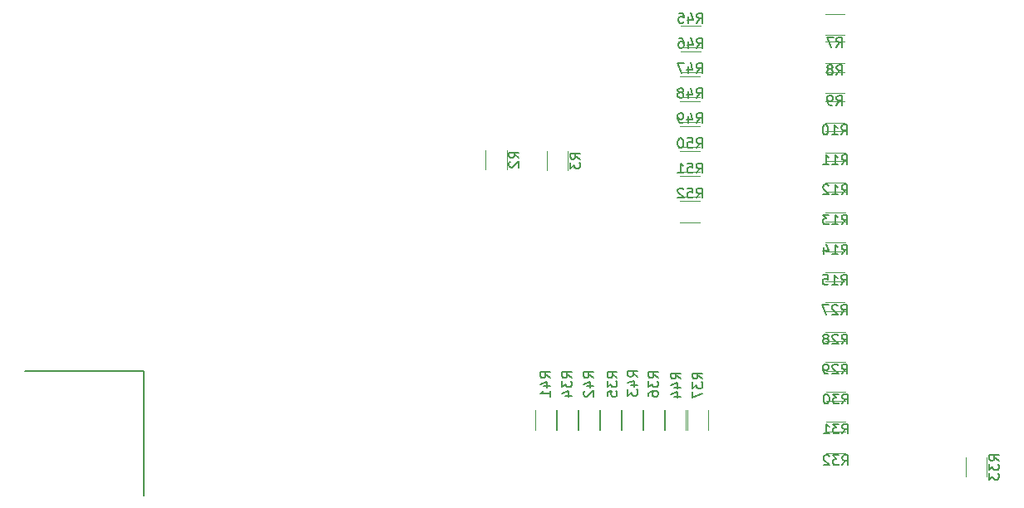
<source format=gbr>
G04 #@! TF.GenerationSoftware,KiCad,Pcbnew,(5.1.0-0)*
G04 #@! TF.CreationDate,2019-04-24T12:09:54-04:00*
G04 #@! TF.ProjectId,TR19-COMP-PD_rev2,54523139-2d43-44f4-9d50-2d50445f7265,rev?*
G04 #@! TF.SameCoordinates,Original*
G04 #@! TF.FileFunction,Legend,Bot*
G04 #@! TF.FilePolarity,Positive*
%FSLAX46Y46*%
G04 Gerber Fmt 4.6, Leading zero omitted, Abs format (unit mm)*
G04 Created by KiCad (PCBNEW (5.1.0-0)) date 2019-04-24 12:09:54*
%MOMM*%
%LPD*%
G04 APERTURE LIST*
%ADD10C,0.127000*%
%ADD11C,0.120000*%
%ADD12C,0.150000*%
G04 APERTURE END LIST*
D10*
X98515000Y-108732001D02*
X98515000Y-121432001D01*
X86450000Y-108732001D02*
X98510000Y-108732001D01*
D11*
X133380000Y-86200000D02*
X133380000Y-88200000D01*
X135520000Y-88200000D02*
X135520000Y-86200000D01*
X141770000Y-88300000D02*
X141770000Y-86300000D01*
X139630000Y-86300000D02*
X139630000Y-88300000D01*
X169950000Y-72330000D02*
X167950000Y-72330000D01*
X167950000Y-74470000D02*
X169950000Y-74470000D01*
X169950000Y-75180000D02*
X167950000Y-75180000D01*
X167950000Y-77320000D02*
X169950000Y-77320000D01*
X169950000Y-78280000D02*
X167950000Y-78280000D01*
X167950000Y-80420000D02*
X169950000Y-80420000D01*
X169950000Y-81280000D02*
X167950000Y-81280000D01*
X167950000Y-83420000D02*
X169950000Y-83420000D01*
X170000000Y-84330000D02*
X168000000Y-84330000D01*
X168000000Y-86470000D02*
X170000000Y-86470000D01*
X170000000Y-87380000D02*
X168000000Y-87380000D01*
X168000000Y-89520000D02*
X170000000Y-89520000D01*
X170000000Y-90430000D02*
X168000000Y-90430000D01*
X168000000Y-92570000D02*
X170000000Y-92570000D01*
X170000000Y-93480000D02*
X168000000Y-93480000D01*
X168000000Y-95620000D02*
X170000000Y-95620000D01*
X169950000Y-96580000D02*
X167950000Y-96580000D01*
X167950000Y-98720000D02*
X169950000Y-98720000D01*
X167950000Y-101770000D02*
X169950000Y-101770000D01*
X169950000Y-99630000D02*
X167950000Y-99630000D01*
X168000000Y-104770000D02*
X170000000Y-104770000D01*
X170000000Y-102630000D02*
X168000000Y-102630000D01*
X168000000Y-107820000D02*
X170000000Y-107820000D01*
X170000000Y-105680000D02*
X168000000Y-105680000D01*
X168050000Y-110870000D02*
X170050000Y-110870000D01*
X170050000Y-108730000D02*
X168050000Y-108730000D01*
X168050000Y-113920000D02*
X170050000Y-113920000D01*
X170050000Y-111780000D02*
X168050000Y-111780000D01*
X168050000Y-117120000D02*
X170050000Y-117120000D01*
X170050000Y-114980000D02*
X168050000Y-114980000D01*
X184420000Y-119550000D02*
X184420000Y-117550000D01*
X182280000Y-117550000D02*
X182280000Y-119550000D01*
X140570000Y-114750000D02*
X140570000Y-112750000D01*
X138430000Y-112750000D02*
X138430000Y-114750000D01*
X144970000Y-114750000D02*
X144970000Y-112750000D01*
X142830000Y-112750000D02*
X142830000Y-114750000D01*
X149370000Y-114750000D02*
X149370000Y-112750000D01*
X147230000Y-112750000D02*
X147230000Y-114750000D01*
X153770000Y-114750000D02*
X153770000Y-112750000D01*
X151630000Y-112750000D02*
X151630000Y-114750000D01*
X142770000Y-114750000D02*
X142770000Y-112750000D01*
X140630000Y-112750000D02*
X140630000Y-114750000D01*
X147170000Y-114750000D02*
X147170000Y-112750000D01*
X145030000Y-112750000D02*
X145030000Y-114750000D01*
X151570000Y-114750000D02*
X151570000Y-112750000D01*
X149430000Y-112750000D02*
X149430000Y-114750000D01*
X156070000Y-114750000D02*
X156070000Y-112750000D01*
X153930000Y-112750000D02*
X153930000Y-114750000D01*
X153250000Y-75720000D02*
X155250000Y-75720000D01*
X155250000Y-73580000D02*
X153250000Y-73580000D01*
X153250000Y-78270000D02*
X155250000Y-78270000D01*
X155250000Y-76130000D02*
X153250000Y-76130000D01*
X153200000Y-80820000D02*
X155200000Y-80820000D01*
X155200000Y-78680000D02*
X153200000Y-78680000D01*
X153200000Y-83370000D02*
X155200000Y-83370000D01*
X155200000Y-81230000D02*
X153200000Y-81230000D01*
X155200000Y-83780000D02*
X153200000Y-83780000D01*
X153200000Y-85920000D02*
X155200000Y-85920000D01*
X155200000Y-86330000D02*
X153200000Y-86330000D01*
X153200000Y-88470000D02*
X155200000Y-88470000D01*
X155200000Y-88880000D02*
X153200000Y-88880000D01*
X153200000Y-91020000D02*
X155200000Y-91020000D01*
X155200000Y-91430000D02*
X153200000Y-91430000D01*
X153200000Y-93570000D02*
X155200000Y-93570000D01*
D12*
X136752380Y-87033333D02*
X136276190Y-86700000D01*
X136752380Y-86461904D02*
X135752380Y-86461904D01*
X135752380Y-86842857D01*
X135800000Y-86938095D01*
X135847619Y-86985714D01*
X135942857Y-87033333D01*
X136085714Y-87033333D01*
X136180952Y-86985714D01*
X136228571Y-86938095D01*
X136276190Y-86842857D01*
X136276190Y-86461904D01*
X135847619Y-87414285D02*
X135800000Y-87461904D01*
X135752380Y-87557142D01*
X135752380Y-87795238D01*
X135800000Y-87890476D01*
X135847619Y-87938095D01*
X135942857Y-87985714D01*
X136038095Y-87985714D01*
X136180952Y-87938095D01*
X136752380Y-87366666D01*
X136752380Y-87985714D01*
X143002380Y-87133333D02*
X142526190Y-86800000D01*
X143002380Y-86561904D02*
X142002380Y-86561904D01*
X142002380Y-86942857D01*
X142050000Y-87038095D01*
X142097619Y-87085714D01*
X142192857Y-87133333D01*
X142335714Y-87133333D01*
X142430952Y-87085714D01*
X142478571Y-87038095D01*
X142526190Y-86942857D01*
X142526190Y-86561904D01*
X142002380Y-87466666D02*
X142002380Y-88085714D01*
X142383333Y-87752380D01*
X142383333Y-87895238D01*
X142430952Y-87990476D01*
X142478571Y-88038095D01*
X142573809Y-88085714D01*
X142811904Y-88085714D01*
X142907142Y-88038095D01*
X142954761Y-87990476D01*
X143002380Y-87895238D01*
X143002380Y-87609523D01*
X142954761Y-87514285D01*
X142907142Y-87466666D01*
X169116666Y-75702380D02*
X169450000Y-75226190D01*
X169688095Y-75702380D02*
X169688095Y-74702380D01*
X169307142Y-74702380D01*
X169211904Y-74750000D01*
X169164285Y-74797619D01*
X169116666Y-74892857D01*
X169116666Y-75035714D01*
X169164285Y-75130952D01*
X169211904Y-75178571D01*
X169307142Y-75226190D01*
X169688095Y-75226190D01*
X168783333Y-74702380D02*
X168116666Y-74702380D01*
X168545238Y-75702380D01*
X169116666Y-78552380D02*
X169450000Y-78076190D01*
X169688095Y-78552380D02*
X169688095Y-77552380D01*
X169307142Y-77552380D01*
X169211904Y-77600000D01*
X169164285Y-77647619D01*
X169116666Y-77742857D01*
X169116666Y-77885714D01*
X169164285Y-77980952D01*
X169211904Y-78028571D01*
X169307142Y-78076190D01*
X169688095Y-78076190D01*
X168545238Y-77980952D02*
X168640476Y-77933333D01*
X168688095Y-77885714D01*
X168735714Y-77790476D01*
X168735714Y-77742857D01*
X168688095Y-77647619D01*
X168640476Y-77600000D01*
X168545238Y-77552380D01*
X168354761Y-77552380D01*
X168259523Y-77600000D01*
X168211904Y-77647619D01*
X168164285Y-77742857D01*
X168164285Y-77790476D01*
X168211904Y-77885714D01*
X168259523Y-77933333D01*
X168354761Y-77980952D01*
X168545238Y-77980952D01*
X168640476Y-78028571D01*
X168688095Y-78076190D01*
X168735714Y-78171428D01*
X168735714Y-78361904D01*
X168688095Y-78457142D01*
X168640476Y-78504761D01*
X168545238Y-78552380D01*
X168354761Y-78552380D01*
X168259523Y-78504761D01*
X168211904Y-78457142D01*
X168164285Y-78361904D01*
X168164285Y-78171428D01*
X168211904Y-78076190D01*
X168259523Y-78028571D01*
X168354761Y-77980952D01*
X169116666Y-81652380D02*
X169450000Y-81176190D01*
X169688095Y-81652380D02*
X169688095Y-80652380D01*
X169307142Y-80652380D01*
X169211904Y-80700000D01*
X169164285Y-80747619D01*
X169116666Y-80842857D01*
X169116666Y-80985714D01*
X169164285Y-81080952D01*
X169211904Y-81128571D01*
X169307142Y-81176190D01*
X169688095Y-81176190D01*
X168640476Y-81652380D02*
X168450000Y-81652380D01*
X168354761Y-81604761D01*
X168307142Y-81557142D01*
X168211904Y-81414285D01*
X168164285Y-81223809D01*
X168164285Y-80842857D01*
X168211904Y-80747619D01*
X168259523Y-80700000D01*
X168354761Y-80652380D01*
X168545238Y-80652380D01*
X168640476Y-80700000D01*
X168688095Y-80747619D01*
X168735714Y-80842857D01*
X168735714Y-81080952D01*
X168688095Y-81176190D01*
X168640476Y-81223809D01*
X168545238Y-81271428D01*
X168354761Y-81271428D01*
X168259523Y-81223809D01*
X168211904Y-81176190D01*
X168164285Y-81080952D01*
X169592857Y-84652380D02*
X169926190Y-84176190D01*
X170164285Y-84652380D02*
X170164285Y-83652380D01*
X169783333Y-83652380D01*
X169688095Y-83700000D01*
X169640476Y-83747619D01*
X169592857Y-83842857D01*
X169592857Y-83985714D01*
X169640476Y-84080952D01*
X169688095Y-84128571D01*
X169783333Y-84176190D01*
X170164285Y-84176190D01*
X168640476Y-84652380D02*
X169211904Y-84652380D01*
X168926190Y-84652380D02*
X168926190Y-83652380D01*
X169021428Y-83795238D01*
X169116666Y-83890476D01*
X169211904Y-83938095D01*
X168021428Y-83652380D02*
X167926190Y-83652380D01*
X167830952Y-83700000D01*
X167783333Y-83747619D01*
X167735714Y-83842857D01*
X167688095Y-84033333D01*
X167688095Y-84271428D01*
X167735714Y-84461904D01*
X167783333Y-84557142D01*
X167830952Y-84604761D01*
X167926190Y-84652380D01*
X168021428Y-84652380D01*
X168116666Y-84604761D01*
X168164285Y-84557142D01*
X168211904Y-84461904D01*
X168259523Y-84271428D01*
X168259523Y-84033333D01*
X168211904Y-83842857D01*
X168164285Y-83747619D01*
X168116666Y-83700000D01*
X168021428Y-83652380D01*
X169642857Y-87702380D02*
X169976190Y-87226190D01*
X170214285Y-87702380D02*
X170214285Y-86702380D01*
X169833333Y-86702380D01*
X169738095Y-86750000D01*
X169690476Y-86797619D01*
X169642857Y-86892857D01*
X169642857Y-87035714D01*
X169690476Y-87130952D01*
X169738095Y-87178571D01*
X169833333Y-87226190D01*
X170214285Y-87226190D01*
X168690476Y-87702380D02*
X169261904Y-87702380D01*
X168976190Y-87702380D02*
X168976190Y-86702380D01*
X169071428Y-86845238D01*
X169166666Y-86940476D01*
X169261904Y-86988095D01*
X167738095Y-87702380D02*
X168309523Y-87702380D01*
X168023809Y-87702380D02*
X168023809Y-86702380D01*
X168119047Y-86845238D01*
X168214285Y-86940476D01*
X168309523Y-86988095D01*
X169642857Y-90752380D02*
X169976190Y-90276190D01*
X170214285Y-90752380D02*
X170214285Y-89752380D01*
X169833333Y-89752380D01*
X169738095Y-89800000D01*
X169690476Y-89847619D01*
X169642857Y-89942857D01*
X169642857Y-90085714D01*
X169690476Y-90180952D01*
X169738095Y-90228571D01*
X169833333Y-90276190D01*
X170214285Y-90276190D01*
X168690476Y-90752380D02*
X169261904Y-90752380D01*
X168976190Y-90752380D02*
X168976190Y-89752380D01*
X169071428Y-89895238D01*
X169166666Y-89990476D01*
X169261904Y-90038095D01*
X168309523Y-89847619D02*
X168261904Y-89800000D01*
X168166666Y-89752380D01*
X167928571Y-89752380D01*
X167833333Y-89800000D01*
X167785714Y-89847619D01*
X167738095Y-89942857D01*
X167738095Y-90038095D01*
X167785714Y-90180952D01*
X168357142Y-90752380D01*
X167738095Y-90752380D01*
X169642857Y-93802380D02*
X169976190Y-93326190D01*
X170214285Y-93802380D02*
X170214285Y-92802380D01*
X169833333Y-92802380D01*
X169738095Y-92850000D01*
X169690476Y-92897619D01*
X169642857Y-92992857D01*
X169642857Y-93135714D01*
X169690476Y-93230952D01*
X169738095Y-93278571D01*
X169833333Y-93326190D01*
X170214285Y-93326190D01*
X168690476Y-93802380D02*
X169261904Y-93802380D01*
X168976190Y-93802380D02*
X168976190Y-92802380D01*
X169071428Y-92945238D01*
X169166666Y-93040476D01*
X169261904Y-93088095D01*
X168357142Y-92802380D02*
X167738095Y-92802380D01*
X168071428Y-93183333D01*
X167928571Y-93183333D01*
X167833333Y-93230952D01*
X167785714Y-93278571D01*
X167738095Y-93373809D01*
X167738095Y-93611904D01*
X167785714Y-93707142D01*
X167833333Y-93754761D01*
X167928571Y-93802380D01*
X168214285Y-93802380D01*
X168309523Y-93754761D01*
X168357142Y-93707142D01*
X169642857Y-96852380D02*
X169976190Y-96376190D01*
X170214285Y-96852380D02*
X170214285Y-95852380D01*
X169833333Y-95852380D01*
X169738095Y-95900000D01*
X169690476Y-95947619D01*
X169642857Y-96042857D01*
X169642857Y-96185714D01*
X169690476Y-96280952D01*
X169738095Y-96328571D01*
X169833333Y-96376190D01*
X170214285Y-96376190D01*
X168690476Y-96852380D02*
X169261904Y-96852380D01*
X168976190Y-96852380D02*
X168976190Y-95852380D01*
X169071428Y-95995238D01*
X169166666Y-96090476D01*
X169261904Y-96138095D01*
X167833333Y-96185714D02*
X167833333Y-96852380D01*
X168071428Y-95804761D02*
X168309523Y-96519047D01*
X167690476Y-96519047D01*
X169592857Y-99952380D02*
X169926190Y-99476190D01*
X170164285Y-99952380D02*
X170164285Y-98952380D01*
X169783333Y-98952380D01*
X169688095Y-99000000D01*
X169640476Y-99047619D01*
X169592857Y-99142857D01*
X169592857Y-99285714D01*
X169640476Y-99380952D01*
X169688095Y-99428571D01*
X169783333Y-99476190D01*
X170164285Y-99476190D01*
X168640476Y-99952380D02*
X169211904Y-99952380D01*
X168926190Y-99952380D02*
X168926190Y-98952380D01*
X169021428Y-99095238D01*
X169116666Y-99190476D01*
X169211904Y-99238095D01*
X167735714Y-98952380D02*
X168211904Y-98952380D01*
X168259523Y-99428571D01*
X168211904Y-99380952D01*
X168116666Y-99333333D01*
X167878571Y-99333333D01*
X167783333Y-99380952D01*
X167735714Y-99428571D01*
X167688095Y-99523809D01*
X167688095Y-99761904D01*
X167735714Y-99857142D01*
X167783333Y-99904761D01*
X167878571Y-99952380D01*
X168116666Y-99952380D01*
X168211904Y-99904761D01*
X168259523Y-99857142D01*
X169592857Y-103002380D02*
X169926190Y-102526190D01*
X170164285Y-103002380D02*
X170164285Y-102002380D01*
X169783333Y-102002380D01*
X169688095Y-102050000D01*
X169640476Y-102097619D01*
X169592857Y-102192857D01*
X169592857Y-102335714D01*
X169640476Y-102430952D01*
X169688095Y-102478571D01*
X169783333Y-102526190D01*
X170164285Y-102526190D01*
X169211904Y-102097619D02*
X169164285Y-102050000D01*
X169069047Y-102002380D01*
X168830952Y-102002380D01*
X168735714Y-102050000D01*
X168688095Y-102097619D01*
X168640476Y-102192857D01*
X168640476Y-102288095D01*
X168688095Y-102430952D01*
X169259523Y-103002380D01*
X168640476Y-103002380D01*
X168307142Y-102002380D02*
X167640476Y-102002380D01*
X168069047Y-103002380D01*
X169642857Y-106002380D02*
X169976190Y-105526190D01*
X170214285Y-106002380D02*
X170214285Y-105002380D01*
X169833333Y-105002380D01*
X169738095Y-105050000D01*
X169690476Y-105097619D01*
X169642857Y-105192857D01*
X169642857Y-105335714D01*
X169690476Y-105430952D01*
X169738095Y-105478571D01*
X169833333Y-105526190D01*
X170214285Y-105526190D01*
X169261904Y-105097619D02*
X169214285Y-105050000D01*
X169119047Y-105002380D01*
X168880952Y-105002380D01*
X168785714Y-105050000D01*
X168738095Y-105097619D01*
X168690476Y-105192857D01*
X168690476Y-105288095D01*
X168738095Y-105430952D01*
X169309523Y-106002380D01*
X168690476Y-106002380D01*
X168119047Y-105430952D02*
X168214285Y-105383333D01*
X168261904Y-105335714D01*
X168309523Y-105240476D01*
X168309523Y-105192857D01*
X168261904Y-105097619D01*
X168214285Y-105050000D01*
X168119047Y-105002380D01*
X167928571Y-105002380D01*
X167833333Y-105050000D01*
X167785714Y-105097619D01*
X167738095Y-105192857D01*
X167738095Y-105240476D01*
X167785714Y-105335714D01*
X167833333Y-105383333D01*
X167928571Y-105430952D01*
X168119047Y-105430952D01*
X168214285Y-105478571D01*
X168261904Y-105526190D01*
X168309523Y-105621428D01*
X168309523Y-105811904D01*
X168261904Y-105907142D01*
X168214285Y-105954761D01*
X168119047Y-106002380D01*
X167928571Y-106002380D01*
X167833333Y-105954761D01*
X167785714Y-105907142D01*
X167738095Y-105811904D01*
X167738095Y-105621428D01*
X167785714Y-105526190D01*
X167833333Y-105478571D01*
X167928571Y-105430952D01*
X169642857Y-109052380D02*
X169976190Y-108576190D01*
X170214285Y-109052380D02*
X170214285Y-108052380D01*
X169833333Y-108052380D01*
X169738095Y-108100000D01*
X169690476Y-108147619D01*
X169642857Y-108242857D01*
X169642857Y-108385714D01*
X169690476Y-108480952D01*
X169738095Y-108528571D01*
X169833333Y-108576190D01*
X170214285Y-108576190D01*
X169261904Y-108147619D02*
X169214285Y-108100000D01*
X169119047Y-108052380D01*
X168880952Y-108052380D01*
X168785714Y-108100000D01*
X168738095Y-108147619D01*
X168690476Y-108242857D01*
X168690476Y-108338095D01*
X168738095Y-108480952D01*
X169309523Y-109052380D01*
X168690476Y-109052380D01*
X168214285Y-109052380D02*
X168023809Y-109052380D01*
X167928571Y-109004761D01*
X167880952Y-108957142D01*
X167785714Y-108814285D01*
X167738095Y-108623809D01*
X167738095Y-108242857D01*
X167785714Y-108147619D01*
X167833333Y-108100000D01*
X167928571Y-108052380D01*
X168119047Y-108052380D01*
X168214285Y-108100000D01*
X168261904Y-108147619D01*
X168309523Y-108242857D01*
X168309523Y-108480952D01*
X168261904Y-108576190D01*
X168214285Y-108623809D01*
X168119047Y-108671428D01*
X167928571Y-108671428D01*
X167833333Y-108623809D01*
X167785714Y-108576190D01*
X167738095Y-108480952D01*
X169692857Y-112102380D02*
X170026190Y-111626190D01*
X170264285Y-112102380D02*
X170264285Y-111102380D01*
X169883333Y-111102380D01*
X169788095Y-111150000D01*
X169740476Y-111197619D01*
X169692857Y-111292857D01*
X169692857Y-111435714D01*
X169740476Y-111530952D01*
X169788095Y-111578571D01*
X169883333Y-111626190D01*
X170264285Y-111626190D01*
X169359523Y-111102380D02*
X168740476Y-111102380D01*
X169073809Y-111483333D01*
X168930952Y-111483333D01*
X168835714Y-111530952D01*
X168788095Y-111578571D01*
X168740476Y-111673809D01*
X168740476Y-111911904D01*
X168788095Y-112007142D01*
X168835714Y-112054761D01*
X168930952Y-112102380D01*
X169216666Y-112102380D01*
X169311904Y-112054761D01*
X169359523Y-112007142D01*
X168121428Y-111102380D02*
X168026190Y-111102380D01*
X167930952Y-111150000D01*
X167883333Y-111197619D01*
X167835714Y-111292857D01*
X167788095Y-111483333D01*
X167788095Y-111721428D01*
X167835714Y-111911904D01*
X167883333Y-112007142D01*
X167930952Y-112054761D01*
X168026190Y-112102380D01*
X168121428Y-112102380D01*
X168216666Y-112054761D01*
X168264285Y-112007142D01*
X168311904Y-111911904D01*
X168359523Y-111721428D01*
X168359523Y-111483333D01*
X168311904Y-111292857D01*
X168264285Y-111197619D01*
X168216666Y-111150000D01*
X168121428Y-111102380D01*
X169692857Y-115152380D02*
X170026190Y-114676190D01*
X170264285Y-115152380D02*
X170264285Y-114152380D01*
X169883333Y-114152380D01*
X169788095Y-114200000D01*
X169740476Y-114247619D01*
X169692857Y-114342857D01*
X169692857Y-114485714D01*
X169740476Y-114580952D01*
X169788095Y-114628571D01*
X169883333Y-114676190D01*
X170264285Y-114676190D01*
X169359523Y-114152380D02*
X168740476Y-114152380D01*
X169073809Y-114533333D01*
X168930952Y-114533333D01*
X168835714Y-114580952D01*
X168788095Y-114628571D01*
X168740476Y-114723809D01*
X168740476Y-114961904D01*
X168788095Y-115057142D01*
X168835714Y-115104761D01*
X168930952Y-115152380D01*
X169216666Y-115152380D01*
X169311904Y-115104761D01*
X169359523Y-115057142D01*
X167788095Y-115152380D02*
X168359523Y-115152380D01*
X168073809Y-115152380D02*
X168073809Y-114152380D01*
X168169047Y-114295238D01*
X168264285Y-114390476D01*
X168359523Y-114438095D01*
X169692857Y-118352380D02*
X170026190Y-117876190D01*
X170264285Y-118352380D02*
X170264285Y-117352380D01*
X169883333Y-117352380D01*
X169788095Y-117400000D01*
X169740476Y-117447619D01*
X169692857Y-117542857D01*
X169692857Y-117685714D01*
X169740476Y-117780952D01*
X169788095Y-117828571D01*
X169883333Y-117876190D01*
X170264285Y-117876190D01*
X169359523Y-117352380D02*
X168740476Y-117352380D01*
X169073809Y-117733333D01*
X168930952Y-117733333D01*
X168835714Y-117780952D01*
X168788095Y-117828571D01*
X168740476Y-117923809D01*
X168740476Y-118161904D01*
X168788095Y-118257142D01*
X168835714Y-118304761D01*
X168930952Y-118352380D01*
X169216666Y-118352380D01*
X169311904Y-118304761D01*
X169359523Y-118257142D01*
X168359523Y-117447619D02*
X168311904Y-117400000D01*
X168216666Y-117352380D01*
X167978571Y-117352380D01*
X167883333Y-117400000D01*
X167835714Y-117447619D01*
X167788095Y-117542857D01*
X167788095Y-117638095D01*
X167835714Y-117780952D01*
X168407142Y-118352380D01*
X167788095Y-118352380D01*
X185652380Y-117907142D02*
X185176190Y-117573809D01*
X185652380Y-117335714D02*
X184652380Y-117335714D01*
X184652380Y-117716666D01*
X184700000Y-117811904D01*
X184747619Y-117859523D01*
X184842857Y-117907142D01*
X184985714Y-117907142D01*
X185080952Y-117859523D01*
X185128571Y-117811904D01*
X185176190Y-117716666D01*
X185176190Y-117335714D01*
X184652380Y-118240476D02*
X184652380Y-118859523D01*
X185033333Y-118526190D01*
X185033333Y-118669047D01*
X185080952Y-118764285D01*
X185128571Y-118811904D01*
X185223809Y-118859523D01*
X185461904Y-118859523D01*
X185557142Y-118811904D01*
X185604761Y-118764285D01*
X185652380Y-118669047D01*
X185652380Y-118383333D01*
X185604761Y-118288095D01*
X185557142Y-118240476D01*
X184652380Y-119192857D02*
X184652380Y-119811904D01*
X185033333Y-119478571D01*
X185033333Y-119621428D01*
X185080952Y-119716666D01*
X185128571Y-119764285D01*
X185223809Y-119811904D01*
X185461904Y-119811904D01*
X185557142Y-119764285D01*
X185604761Y-119716666D01*
X185652380Y-119621428D01*
X185652380Y-119335714D01*
X185604761Y-119240476D01*
X185557142Y-119192857D01*
X142152380Y-109457142D02*
X141676190Y-109123809D01*
X142152380Y-108885714D02*
X141152380Y-108885714D01*
X141152380Y-109266666D01*
X141200000Y-109361904D01*
X141247619Y-109409523D01*
X141342857Y-109457142D01*
X141485714Y-109457142D01*
X141580952Y-109409523D01*
X141628571Y-109361904D01*
X141676190Y-109266666D01*
X141676190Y-108885714D01*
X141152380Y-109790476D02*
X141152380Y-110409523D01*
X141533333Y-110076190D01*
X141533333Y-110219047D01*
X141580952Y-110314285D01*
X141628571Y-110361904D01*
X141723809Y-110409523D01*
X141961904Y-110409523D01*
X142057142Y-110361904D01*
X142104761Y-110314285D01*
X142152380Y-110219047D01*
X142152380Y-109933333D01*
X142104761Y-109838095D01*
X142057142Y-109790476D01*
X141485714Y-111266666D02*
X142152380Y-111266666D01*
X141104761Y-111028571D02*
X141819047Y-110790476D01*
X141819047Y-111409523D01*
X146752380Y-109457142D02*
X146276190Y-109123809D01*
X146752380Y-108885714D02*
X145752380Y-108885714D01*
X145752380Y-109266666D01*
X145800000Y-109361904D01*
X145847619Y-109409523D01*
X145942857Y-109457142D01*
X146085714Y-109457142D01*
X146180952Y-109409523D01*
X146228571Y-109361904D01*
X146276190Y-109266666D01*
X146276190Y-108885714D01*
X145752380Y-109790476D02*
X145752380Y-110409523D01*
X146133333Y-110076190D01*
X146133333Y-110219047D01*
X146180952Y-110314285D01*
X146228571Y-110361904D01*
X146323809Y-110409523D01*
X146561904Y-110409523D01*
X146657142Y-110361904D01*
X146704761Y-110314285D01*
X146752380Y-110219047D01*
X146752380Y-109933333D01*
X146704761Y-109838095D01*
X146657142Y-109790476D01*
X145752380Y-111314285D02*
X145752380Y-110838095D01*
X146228571Y-110790476D01*
X146180952Y-110838095D01*
X146133333Y-110933333D01*
X146133333Y-111171428D01*
X146180952Y-111266666D01*
X146228571Y-111314285D01*
X146323809Y-111361904D01*
X146561904Y-111361904D01*
X146657142Y-111314285D01*
X146704761Y-111266666D01*
X146752380Y-111171428D01*
X146752380Y-110933333D01*
X146704761Y-110838095D01*
X146657142Y-110790476D01*
X150952380Y-109457142D02*
X150476190Y-109123809D01*
X150952380Y-108885714D02*
X149952380Y-108885714D01*
X149952380Y-109266666D01*
X150000000Y-109361904D01*
X150047619Y-109409523D01*
X150142857Y-109457142D01*
X150285714Y-109457142D01*
X150380952Y-109409523D01*
X150428571Y-109361904D01*
X150476190Y-109266666D01*
X150476190Y-108885714D01*
X149952380Y-109790476D02*
X149952380Y-110409523D01*
X150333333Y-110076190D01*
X150333333Y-110219047D01*
X150380952Y-110314285D01*
X150428571Y-110361904D01*
X150523809Y-110409523D01*
X150761904Y-110409523D01*
X150857142Y-110361904D01*
X150904761Y-110314285D01*
X150952380Y-110219047D01*
X150952380Y-109933333D01*
X150904761Y-109838095D01*
X150857142Y-109790476D01*
X149952380Y-111266666D02*
X149952380Y-111076190D01*
X150000000Y-110980952D01*
X150047619Y-110933333D01*
X150190476Y-110838095D01*
X150380952Y-110790476D01*
X150761904Y-110790476D01*
X150857142Y-110838095D01*
X150904761Y-110885714D01*
X150952380Y-110980952D01*
X150952380Y-111171428D01*
X150904761Y-111266666D01*
X150857142Y-111314285D01*
X150761904Y-111361904D01*
X150523809Y-111361904D01*
X150428571Y-111314285D01*
X150380952Y-111266666D01*
X150333333Y-111171428D01*
X150333333Y-110980952D01*
X150380952Y-110885714D01*
X150428571Y-110838095D01*
X150523809Y-110790476D01*
X155452380Y-109557142D02*
X154976190Y-109223809D01*
X155452380Y-108985714D02*
X154452380Y-108985714D01*
X154452380Y-109366666D01*
X154500000Y-109461904D01*
X154547619Y-109509523D01*
X154642857Y-109557142D01*
X154785714Y-109557142D01*
X154880952Y-109509523D01*
X154928571Y-109461904D01*
X154976190Y-109366666D01*
X154976190Y-108985714D01*
X154452380Y-109890476D02*
X154452380Y-110509523D01*
X154833333Y-110176190D01*
X154833333Y-110319047D01*
X154880952Y-110414285D01*
X154928571Y-110461904D01*
X155023809Y-110509523D01*
X155261904Y-110509523D01*
X155357142Y-110461904D01*
X155404761Y-110414285D01*
X155452380Y-110319047D01*
X155452380Y-110033333D01*
X155404761Y-109938095D01*
X155357142Y-109890476D01*
X154452380Y-110842857D02*
X154452380Y-111509523D01*
X155452380Y-111080952D01*
X139952380Y-109457142D02*
X139476190Y-109123809D01*
X139952380Y-108885714D02*
X138952380Y-108885714D01*
X138952380Y-109266666D01*
X139000000Y-109361904D01*
X139047619Y-109409523D01*
X139142857Y-109457142D01*
X139285714Y-109457142D01*
X139380952Y-109409523D01*
X139428571Y-109361904D01*
X139476190Y-109266666D01*
X139476190Y-108885714D01*
X139285714Y-110314285D02*
X139952380Y-110314285D01*
X138904761Y-110076190D02*
X139619047Y-109838095D01*
X139619047Y-110457142D01*
X139952380Y-111361904D02*
X139952380Y-110790476D01*
X139952380Y-111076190D02*
X138952380Y-111076190D01*
X139095238Y-110980952D01*
X139190476Y-110885714D01*
X139238095Y-110790476D01*
X144352380Y-109457142D02*
X143876190Y-109123809D01*
X144352380Y-108885714D02*
X143352380Y-108885714D01*
X143352380Y-109266666D01*
X143400000Y-109361904D01*
X143447619Y-109409523D01*
X143542857Y-109457142D01*
X143685714Y-109457142D01*
X143780952Y-109409523D01*
X143828571Y-109361904D01*
X143876190Y-109266666D01*
X143876190Y-108885714D01*
X143685714Y-110314285D02*
X144352380Y-110314285D01*
X143304761Y-110076190D02*
X144019047Y-109838095D01*
X144019047Y-110457142D01*
X143447619Y-110790476D02*
X143400000Y-110838095D01*
X143352380Y-110933333D01*
X143352380Y-111171428D01*
X143400000Y-111266666D01*
X143447619Y-111314285D01*
X143542857Y-111361904D01*
X143638095Y-111361904D01*
X143780952Y-111314285D01*
X144352380Y-110742857D01*
X144352380Y-111361904D01*
X148852380Y-109357142D02*
X148376190Y-109023809D01*
X148852380Y-108785714D02*
X147852380Y-108785714D01*
X147852380Y-109166666D01*
X147900000Y-109261904D01*
X147947619Y-109309523D01*
X148042857Y-109357142D01*
X148185714Y-109357142D01*
X148280952Y-109309523D01*
X148328571Y-109261904D01*
X148376190Y-109166666D01*
X148376190Y-108785714D01*
X148185714Y-110214285D02*
X148852380Y-110214285D01*
X147804761Y-109976190D02*
X148519047Y-109738095D01*
X148519047Y-110357142D01*
X147852380Y-110642857D02*
X147852380Y-111261904D01*
X148233333Y-110928571D01*
X148233333Y-111071428D01*
X148280952Y-111166666D01*
X148328571Y-111214285D01*
X148423809Y-111261904D01*
X148661904Y-111261904D01*
X148757142Y-111214285D01*
X148804761Y-111166666D01*
X148852380Y-111071428D01*
X148852380Y-110785714D01*
X148804761Y-110690476D01*
X148757142Y-110642857D01*
X153252380Y-109557142D02*
X152776190Y-109223809D01*
X153252380Y-108985714D02*
X152252380Y-108985714D01*
X152252380Y-109366666D01*
X152300000Y-109461904D01*
X152347619Y-109509523D01*
X152442857Y-109557142D01*
X152585714Y-109557142D01*
X152680952Y-109509523D01*
X152728571Y-109461904D01*
X152776190Y-109366666D01*
X152776190Y-108985714D01*
X152585714Y-110414285D02*
X153252380Y-110414285D01*
X152204761Y-110176190D02*
X152919047Y-109938095D01*
X152919047Y-110557142D01*
X152585714Y-111366666D02*
X153252380Y-111366666D01*
X152204761Y-111128571D02*
X152919047Y-110890476D01*
X152919047Y-111509523D01*
X154892857Y-73252380D02*
X155226190Y-72776190D01*
X155464285Y-73252380D02*
X155464285Y-72252380D01*
X155083333Y-72252380D01*
X154988095Y-72300000D01*
X154940476Y-72347619D01*
X154892857Y-72442857D01*
X154892857Y-72585714D01*
X154940476Y-72680952D01*
X154988095Y-72728571D01*
X155083333Y-72776190D01*
X155464285Y-72776190D01*
X154035714Y-72585714D02*
X154035714Y-73252380D01*
X154273809Y-72204761D02*
X154511904Y-72919047D01*
X153892857Y-72919047D01*
X153035714Y-72252380D02*
X153511904Y-72252380D01*
X153559523Y-72728571D01*
X153511904Y-72680952D01*
X153416666Y-72633333D01*
X153178571Y-72633333D01*
X153083333Y-72680952D01*
X153035714Y-72728571D01*
X152988095Y-72823809D01*
X152988095Y-73061904D01*
X153035714Y-73157142D01*
X153083333Y-73204761D01*
X153178571Y-73252380D01*
X153416666Y-73252380D01*
X153511904Y-73204761D01*
X153559523Y-73157142D01*
X154892857Y-75802380D02*
X155226190Y-75326190D01*
X155464285Y-75802380D02*
X155464285Y-74802380D01*
X155083333Y-74802380D01*
X154988095Y-74850000D01*
X154940476Y-74897619D01*
X154892857Y-74992857D01*
X154892857Y-75135714D01*
X154940476Y-75230952D01*
X154988095Y-75278571D01*
X155083333Y-75326190D01*
X155464285Y-75326190D01*
X154035714Y-75135714D02*
X154035714Y-75802380D01*
X154273809Y-74754761D02*
X154511904Y-75469047D01*
X153892857Y-75469047D01*
X153083333Y-74802380D02*
X153273809Y-74802380D01*
X153369047Y-74850000D01*
X153416666Y-74897619D01*
X153511904Y-75040476D01*
X153559523Y-75230952D01*
X153559523Y-75611904D01*
X153511904Y-75707142D01*
X153464285Y-75754761D01*
X153369047Y-75802380D01*
X153178571Y-75802380D01*
X153083333Y-75754761D01*
X153035714Y-75707142D01*
X152988095Y-75611904D01*
X152988095Y-75373809D01*
X153035714Y-75278571D01*
X153083333Y-75230952D01*
X153178571Y-75183333D01*
X153369047Y-75183333D01*
X153464285Y-75230952D01*
X153511904Y-75278571D01*
X153559523Y-75373809D01*
X154842857Y-78352380D02*
X155176190Y-77876190D01*
X155414285Y-78352380D02*
X155414285Y-77352380D01*
X155033333Y-77352380D01*
X154938095Y-77400000D01*
X154890476Y-77447619D01*
X154842857Y-77542857D01*
X154842857Y-77685714D01*
X154890476Y-77780952D01*
X154938095Y-77828571D01*
X155033333Y-77876190D01*
X155414285Y-77876190D01*
X153985714Y-77685714D02*
X153985714Y-78352380D01*
X154223809Y-77304761D02*
X154461904Y-78019047D01*
X153842857Y-78019047D01*
X153557142Y-77352380D02*
X152890476Y-77352380D01*
X153319047Y-78352380D01*
X154842857Y-80902380D02*
X155176190Y-80426190D01*
X155414285Y-80902380D02*
X155414285Y-79902380D01*
X155033333Y-79902380D01*
X154938095Y-79950000D01*
X154890476Y-79997619D01*
X154842857Y-80092857D01*
X154842857Y-80235714D01*
X154890476Y-80330952D01*
X154938095Y-80378571D01*
X155033333Y-80426190D01*
X155414285Y-80426190D01*
X153985714Y-80235714D02*
X153985714Y-80902380D01*
X154223809Y-79854761D02*
X154461904Y-80569047D01*
X153842857Y-80569047D01*
X153319047Y-80330952D02*
X153414285Y-80283333D01*
X153461904Y-80235714D01*
X153509523Y-80140476D01*
X153509523Y-80092857D01*
X153461904Y-79997619D01*
X153414285Y-79950000D01*
X153319047Y-79902380D01*
X153128571Y-79902380D01*
X153033333Y-79950000D01*
X152985714Y-79997619D01*
X152938095Y-80092857D01*
X152938095Y-80140476D01*
X152985714Y-80235714D01*
X153033333Y-80283333D01*
X153128571Y-80330952D01*
X153319047Y-80330952D01*
X153414285Y-80378571D01*
X153461904Y-80426190D01*
X153509523Y-80521428D01*
X153509523Y-80711904D01*
X153461904Y-80807142D01*
X153414285Y-80854761D01*
X153319047Y-80902380D01*
X153128571Y-80902380D01*
X153033333Y-80854761D01*
X152985714Y-80807142D01*
X152938095Y-80711904D01*
X152938095Y-80521428D01*
X152985714Y-80426190D01*
X153033333Y-80378571D01*
X153128571Y-80330952D01*
X154842857Y-83452380D02*
X155176190Y-82976190D01*
X155414285Y-83452380D02*
X155414285Y-82452380D01*
X155033333Y-82452380D01*
X154938095Y-82500000D01*
X154890476Y-82547619D01*
X154842857Y-82642857D01*
X154842857Y-82785714D01*
X154890476Y-82880952D01*
X154938095Y-82928571D01*
X155033333Y-82976190D01*
X155414285Y-82976190D01*
X153985714Y-82785714D02*
X153985714Y-83452380D01*
X154223809Y-82404761D02*
X154461904Y-83119047D01*
X153842857Y-83119047D01*
X153414285Y-83452380D02*
X153223809Y-83452380D01*
X153128571Y-83404761D01*
X153080952Y-83357142D01*
X152985714Y-83214285D01*
X152938095Y-83023809D01*
X152938095Y-82642857D01*
X152985714Y-82547619D01*
X153033333Y-82500000D01*
X153128571Y-82452380D01*
X153319047Y-82452380D01*
X153414285Y-82500000D01*
X153461904Y-82547619D01*
X153509523Y-82642857D01*
X153509523Y-82880952D01*
X153461904Y-82976190D01*
X153414285Y-83023809D01*
X153319047Y-83071428D01*
X153128571Y-83071428D01*
X153033333Y-83023809D01*
X152985714Y-82976190D01*
X152938095Y-82880952D01*
X154842857Y-86002380D02*
X155176190Y-85526190D01*
X155414285Y-86002380D02*
X155414285Y-85002380D01*
X155033333Y-85002380D01*
X154938095Y-85050000D01*
X154890476Y-85097619D01*
X154842857Y-85192857D01*
X154842857Y-85335714D01*
X154890476Y-85430952D01*
X154938095Y-85478571D01*
X155033333Y-85526190D01*
X155414285Y-85526190D01*
X153938095Y-85002380D02*
X154414285Y-85002380D01*
X154461904Y-85478571D01*
X154414285Y-85430952D01*
X154319047Y-85383333D01*
X154080952Y-85383333D01*
X153985714Y-85430952D01*
X153938095Y-85478571D01*
X153890476Y-85573809D01*
X153890476Y-85811904D01*
X153938095Y-85907142D01*
X153985714Y-85954761D01*
X154080952Y-86002380D01*
X154319047Y-86002380D01*
X154414285Y-85954761D01*
X154461904Y-85907142D01*
X153271428Y-85002380D02*
X153176190Y-85002380D01*
X153080952Y-85050000D01*
X153033333Y-85097619D01*
X152985714Y-85192857D01*
X152938095Y-85383333D01*
X152938095Y-85621428D01*
X152985714Y-85811904D01*
X153033333Y-85907142D01*
X153080952Y-85954761D01*
X153176190Y-86002380D01*
X153271428Y-86002380D01*
X153366666Y-85954761D01*
X153414285Y-85907142D01*
X153461904Y-85811904D01*
X153509523Y-85621428D01*
X153509523Y-85383333D01*
X153461904Y-85192857D01*
X153414285Y-85097619D01*
X153366666Y-85050000D01*
X153271428Y-85002380D01*
X154842857Y-88552380D02*
X155176190Y-88076190D01*
X155414285Y-88552380D02*
X155414285Y-87552380D01*
X155033333Y-87552380D01*
X154938095Y-87600000D01*
X154890476Y-87647619D01*
X154842857Y-87742857D01*
X154842857Y-87885714D01*
X154890476Y-87980952D01*
X154938095Y-88028571D01*
X155033333Y-88076190D01*
X155414285Y-88076190D01*
X153938095Y-87552380D02*
X154414285Y-87552380D01*
X154461904Y-88028571D01*
X154414285Y-87980952D01*
X154319047Y-87933333D01*
X154080952Y-87933333D01*
X153985714Y-87980952D01*
X153938095Y-88028571D01*
X153890476Y-88123809D01*
X153890476Y-88361904D01*
X153938095Y-88457142D01*
X153985714Y-88504761D01*
X154080952Y-88552380D01*
X154319047Y-88552380D01*
X154414285Y-88504761D01*
X154461904Y-88457142D01*
X152938095Y-88552380D02*
X153509523Y-88552380D01*
X153223809Y-88552380D02*
X153223809Y-87552380D01*
X153319047Y-87695238D01*
X153414285Y-87790476D01*
X153509523Y-87838095D01*
X154842857Y-91102380D02*
X155176190Y-90626190D01*
X155414285Y-91102380D02*
X155414285Y-90102380D01*
X155033333Y-90102380D01*
X154938095Y-90150000D01*
X154890476Y-90197619D01*
X154842857Y-90292857D01*
X154842857Y-90435714D01*
X154890476Y-90530952D01*
X154938095Y-90578571D01*
X155033333Y-90626190D01*
X155414285Y-90626190D01*
X153938095Y-90102380D02*
X154414285Y-90102380D01*
X154461904Y-90578571D01*
X154414285Y-90530952D01*
X154319047Y-90483333D01*
X154080952Y-90483333D01*
X153985714Y-90530952D01*
X153938095Y-90578571D01*
X153890476Y-90673809D01*
X153890476Y-90911904D01*
X153938095Y-91007142D01*
X153985714Y-91054761D01*
X154080952Y-91102380D01*
X154319047Y-91102380D01*
X154414285Y-91054761D01*
X154461904Y-91007142D01*
X153509523Y-90197619D02*
X153461904Y-90150000D01*
X153366666Y-90102380D01*
X153128571Y-90102380D01*
X153033333Y-90150000D01*
X152985714Y-90197619D01*
X152938095Y-90292857D01*
X152938095Y-90388095D01*
X152985714Y-90530952D01*
X153557142Y-91102380D01*
X152938095Y-91102380D01*
M02*

</source>
